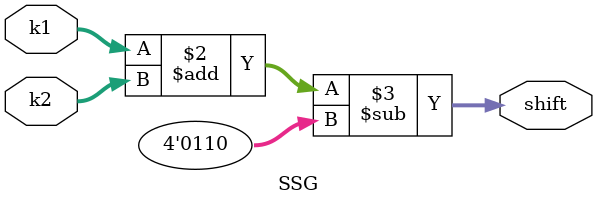
<source format=v>
module SSG (k1, k2, shift);
    input [3:0] k1, k2;
    output reg [4:0] shift;
    always @ (k1, k2) begin
        shift = k1 + k2 - 4'd6;
    end
endmodule

</source>
